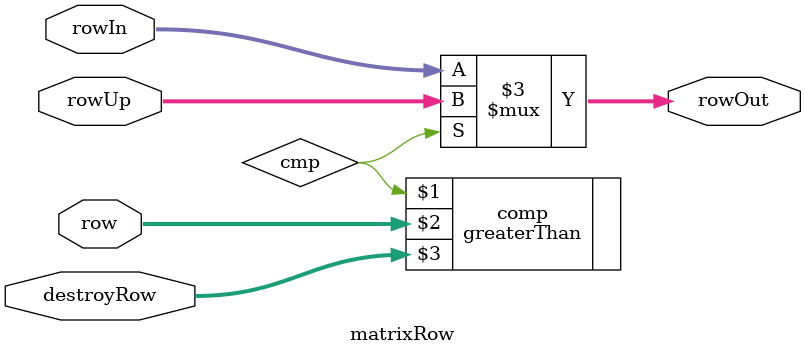
<source format=sv>
module matrixRow #(parameter WIDTH=8, parameter YSIZE=3) (rowOut, rowUp, rowIn, destroyRow, row);
	output logic [WIDTH-1:0] rowOut;
	input logic [WIDTH-1:0] rowUp;
	input logic [WIDTH-1:0] rowIn;
	input logic [YSIZE-1:0] destroyRow;
	input logic [YSIZE-1:0] row;

	logic cmp;
	
	greaterThan #(YSIZE) comp (cmp, row, destroyRow);
	
	always_comb begin
		rowOut = rowIn;
		if(cmp)
			rowOut = rowUp;
	end
endmodule 
</source>
